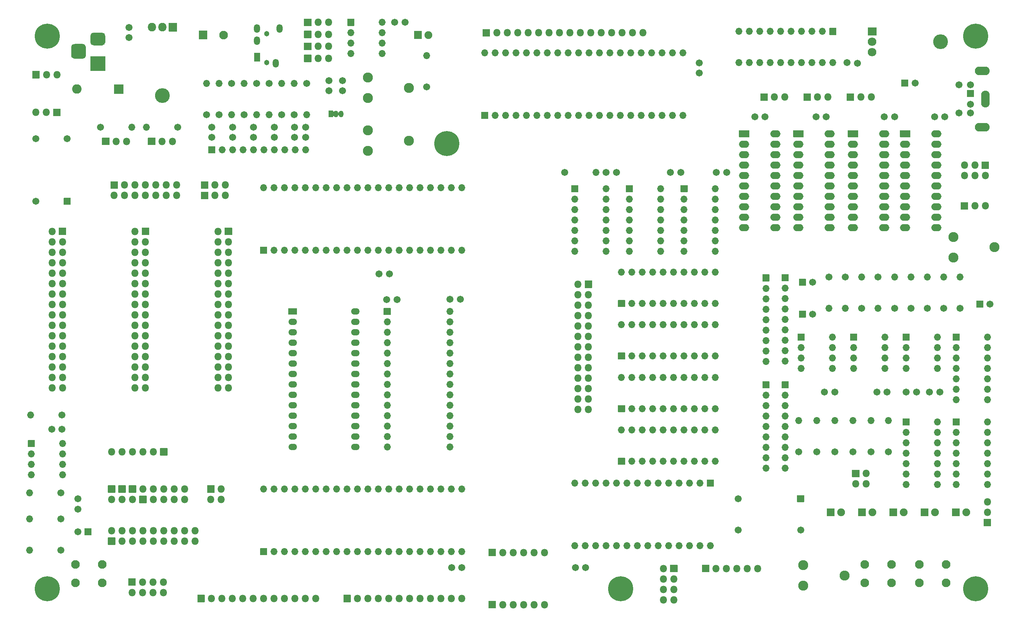
<source format=gts>
G04 #@! TF.GenerationSoftware,KiCad,Pcbnew,(5.1.9)-1*
G04 #@! TF.CreationDate,2023-05-10T17:14:40+01:00*
G04 #@! TF.ProjectId,AT_65C02_Computer_Rev004,41545f36-3543-4303-925f-436f6d707574,Rev004*
G04 #@! TF.SameCoordinates,Original*
G04 #@! TF.FileFunction,Soldermask,Top*
G04 #@! TF.FilePolarity,Negative*
%FSLAX46Y46*%
G04 Gerber Fmt 4.6, Leading zero omitted, Abs format (unit mm)*
G04 Created by KiCad (PCBNEW (5.1.9)-1) date 2023-05-10 17:14:40*
%MOMM*%
%LPD*%
G01*
G04 APERTURE LIST*
%ADD10O,1.702000X1.702000*%
%ADD11O,2.102000X1.542000*%
%ADD12O,1.802000X1.802000*%
%ADD13C,6.102000*%
%ADD14C,1.702000*%
%ADD15C,2.102000*%
%ADD16C,2.442000*%
%ADD17O,3.602000X3.602000*%
%ADD18O,2.102000X2.007000*%
%ADD19C,1.902000*%
%ADD20O,2.102000X4.102000*%
%ADD21O,3.602000X2.102000*%
%ADD22O,2.007000X2.102000*%
%ADD23O,2.302000X2.302000*%
%ADD24O,1.502000X2.102000*%
%ADD25C,1.302000*%
%ADD26O,1.152000X1.602000*%
%ADD27O,2.502000X1.702000*%
%ADD28C,0.100000*%
G04 APERTURE END LIST*
G36*
G01*
X226794000Y-107530000D02*
X226794000Y-105930000D01*
G75*
G02*
X226845000Y-105879000I51000J0D01*
G01*
X228445000Y-105879000D01*
G75*
G02*
X228496000Y-105930000I0J-51000D01*
G01*
X228496000Y-107530000D01*
G75*
G02*
X228445000Y-107581000I-51000J0D01*
G01*
X226845000Y-107581000D01*
G75*
G02*
X226794000Y-107530000I0J51000D01*
G01*
G37*
D10*
X235265000Y-121970000D03*
X227645000Y-109270000D03*
X235265000Y-119430000D03*
X227645000Y-111810000D03*
X235265000Y-116890000D03*
X227645000Y-114350000D03*
X235265000Y-114350000D03*
X227645000Y-116890000D03*
X235265000Y-111810000D03*
X227645000Y-119430000D03*
X235265000Y-109270000D03*
X227645000Y-121970000D03*
X235265000Y-106730000D03*
D11*
X174205000Y-169660000D03*
X158965000Y-169660000D03*
X174205000Y-167120000D03*
X158965000Y-167120000D03*
X174205000Y-164580000D03*
X158965000Y-164580000D03*
X174205000Y-162040000D03*
X158965000Y-162040000D03*
X174205000Y-159500000D03*
X158965000Y-159500000D03*
X174205000Y-156960000D03*
X158965000Y-156960000D03*
X174205000Y-154420000D03*
X158965000Y-154420000D03*
X174205000Y-151880000D03*
X158965000Y-151880000D03*
X174205000Y-149340000D03*
X158965000Y-149340000D03*
X174205000Y-146800000D03*
X158965000Y-146800000D03*
X174205000Y-144260000D03*
X158965000Y-144260000D03*
X174205000Y-141720000D03*
X158965000Y-141720000D03*
X174205000Y-139180000D03*
X158965000Y-139180000D03*
X174205000Y-136640000D03*
G36*
G01*
X157914000Y-137360000D02*
X157914000Y-135920000D01*
G75*
G02*
X157965000Y-135869000I51000J0D01*
G01*
X159965000Y-135869000D01*
G75*
G02*
X160016000Y-135920000I0J-51000D01*
G01*
X160016000Y-137360000D01*
G75*
G02*
X159965000Y-137411000I-51000J0D01*
G01*
X157965000Y-137411000D01*
G75*
G02*
X157914000Y-137360000I0J51000D01*
G01*
G37*
G36*
G01*
X115740000Y-193481000D02*
X114040000Y-193481000D01*
G75*
G02*
X113989000Y-193430000I0J51000D01*
G01*
X113989000Y-191730000D01*
G75*
G02*
X114040000Y-191679000I51000J0D01*
G01*
X115740000Y-191679000D01*
G75*
G02*
X115791000Y-191730000I0J-51000D01*
G01*
X115791000Y-193430000D01*
G75*
G02*
X115740000Y-193481000I-51000J0D01*
G01*
G37*
D12*
X114890000Y-190040000D03*
X117430000Y-192580000D03*
X117430000Y-190040000D03*
X119970000Y-192580000D03*
X119970000Y-190040000D03*
X122510000Y-192580000D03*
X122510000Y-190040000D03*
X125050000Y-192580000D03*
X125050000Y-190040000D03*
X127590000Y-192580000D03*
X127590000Y-190040000D03*
X130130000Y-192580000D03*
X130130000Y-190040000D03*
X132670000Y-192580000D03*
X132670000Y-190040000D03*
X135210000Y-192580000D03*
X135210000Y-190040000D03*
D13*
X196490000Y-95700000D03*
X238865000Y-204210000D03*
D14*
X119145000Y-69915000D03*
X119145000Y-67415000D03*
D15*
X112565000Y-198275000D03*
X112565000Y-202775000D03*
X106065000Y-198275000D03*
X106065000Y-202775000D03*
X318044000Y-198275000D03*
X318044000Y-202775000D03*
X311544000Y-198275000D03*
X311544000Y-202775000D03*
X304804000Y-198275000D03*
X304804000Y-202775000D03*
X298304000Y-198275000D03*
X298304000Y-202775000D03*
D12*
X299855000Y-84410000D03*
X297315000Y-84410000D03*
G36*
G01*
X295625000Y-85311000D02*
X293925000Y-85311000D01*
G75*
G02*
X293874000Y-85260000I0J51000D01*
G01*
X293874000Y-83560000D01*
G75*
G02*
X293925000Y-83509000I51000J0D01*
G01*
X295625000Y-83509000D01*
G75*
G02*
X295676000Y-83560000I0J-51000D01*
G01*
X295676000Y-85260000D01*
G75*
G02*
X295625000Y-85311000I-51000J0D01*
G01*
G37*
X289335000Y-84410000D03*
X286795000Y-84410000D03*
G36*
G01*
X285105000Y-85311000D02*
X283405000Y-85311000D01*
G75*
G02*
X283354000Y-85260000I0J51000D01*
G01*
X283354000Y-83560000D01*
G75*
G02*
X283405000Y-83509000I51000J0D01*
G01*
X285105000Y-83509000D01*
G75*
G02*
X285156000Y-83560000I0J-51000D01*
G01*
X285156000Y-85260000D01*
G75*
G02*
X285105000Y-85311000I-51000J0D01*
G01*
G37*
X278815000Y-84410000D03*
X276275000Y-84410000D03*
G36*
G01*
X274585000Y-85311000D02*
X272885000Y-85311000D01*
G75*
G02*
X272834000Y-85260000I0J51000D01*
G01*
X272834000Y-83560000D01*
G75*
G02*
X272885000Y-83509000I51000J0D01*
G01*
X274585000Y-83509000D01*
G75*
G02*
X274636000Y-83560000I0J-51000D01*
G01*
X274636000Y-85260000D01*
G75*
G02*
X274585000Y-85311000I-51000J0D01*
G01*
G37*
D10*
X239045000Y-139876666D03*
X261905000Y-147496666D03*
X241585000Y-139876666D03*
X259365000Y-147496666D03*
X244125000Y-139876666D03*
X256825000Y-147496666D03*
X246665000Y-139876666D03*
X254285000Y-147496666D03*
X249205000Y-139876666D03*
X251745000Y-147496666D03*
X251745000Y-139876666D03*
X249205000Y-147496666D03*
X254285000Y-139876666D03*
X246665000Y-147496666D03*
X256825000Y-139876666D03*
X244125000Y-147496666D03*
X259365000Y-139876666D03*
X241585000Y-147496666D03*
X261905000Y-139876666D03*
G36*
G01*
X239845000Y-148347666D02*
X238245000Y-148347666D01*
G75*
G02*
X238194000Y-148296666I0J51000D01*
G01*
X238194000Y-146696666D01*
G75*
G02*
X238245000Y-146645666I51000J0D01*
G01*
X239845000Y-146645666D01*
G75*
G02*
X239896000Y-146696666I0J-51000D01*
G01*
X239896000Y-148296666D01*
G75*
G02*
X239845000Y-148347666I-51000J0D01*
G01*
G37*
X239045000Y-127060000D03*
X261905000Y-134680000D03*
X241585000Y-127060000D03*
X259365000Y-134680000D03*
X244125000Y-127060000D03*
X256825000Y-134680000D03*
X246665000Y-127060000D03*
X254285000Y-134680000D03*
X249205000Y-127060000D03*
X251745000Y-134680000D03*
X251745000Y-127060000D03*
X249205000Y-134680000D03*
X254285000Y-127060000D03*
X246665000Y-134680000D03*
X256825000Y-127060000D03*
X244125000Y-134680000D03*
X259365000Y-127060000D03*
X241585000Y-134680000D03*
X261905000Y-127060000D03*
G36*
G01*
X239845000Y-135531000D02*
X238245000Y-135531000D01*
G75*
G02*
X238194000Y-135480000I0J51000D01*
G01*
X238194000Y-133880000D01*
G75*
G02*
X238245000Y-133829000I51000J0D01*
G01*
X239845000Y-133829000D01*
G75*
G02*
X239896000Y-133880000I0J-51000D01*
G01*
X239896000Y-135480000D01*
G75*
G02*
X239845000Y-135531000I-51000J0D01*
G01*
G37*
X239045000Y-152693332D03*
X261905000Y-160313332D03*
X241585000Y-152693332D03*
X259365000Y-160313332D03*
X244125000Y-152693332D03*
X256825000Y-160313332D03*
X246665000Y-152693332D03*
X254285000Y-160313332D03*
X249205000Y-152693332D03*
X251745000Y-160313332D03*
X251745000Y-152693332D03*
X249205000Y-160313332D03*
X254285000Y-152693332D03*
X246665000Y-160313332D03*
X256825000Y-152693332D03*
X244125000Y-160313332D03*
X259365000Y-152693332D03*
X241585000Y-160313332D03*
X261905000Y-152693332D03*
G36*
G01*
X239845000Y-161164332D02*
X238245000Y-161164332D01*
G75*
G02*
X238194000Y-161113332I0J51000D01*
G01*
X238194000Y-159513332D01*
G75*
G02*
X238245000Y-159462332I51000J0D01*
G01*
X239845000Y-159462332D01*
G75*
G02*
X239896000Y-159513332I0J-51000D01*
G01*
X239896000Y-161113332D01*
G75*
G02*
X239845000Y-161164332I-51000J0D01*
G01*
G37*
X239045000Y-165510000D03*
X261905000Y-173130000D03*
X241585000Y-165510000D03*
X259365000Y-173130000D03*
X244125000Y-165510000D03*
X256825000Y-173130000D03*
X246665000Y-165510000D03*
X254285000Y-173130000D03*
X249205000Y-165510000D03*
X251745000Y-173130000D03*
X251745000Y-165510000D03*
X249205000Y-173130000D03*
X254285000Y-165510000D03*
X246665000Y-173130000D03*
X256825000Y-165510000D03*
X244125000Y-173130000D03*
X259365000Y-165510000D03*
X241585000Y-173130000D03*
X261905000Y-165510000D03*
G36*
G01*
X239845000Y-173981000D02*
X238245000Y-173981000D01*
G75*
G02*
X238194000Y-173930000I0J51000D01*
G01*
X238194000Y-172330000D01*
G75*
G02*
X238245000Y-172279000I51000J0D01*
G01*
X239845000Y-172279000D01*
G75*
G02*
X239896000Y-172330000I0J-51000D01*
G01*
X239896000Y-173930000D01*
G75*
G02*
X239845000Y-173981000I-51000J0D01*
G01*
G37*
D16*
X319885000Y-118480000D03*
X329885000Y-120980000D03*
X319885000Y-123480000D03*
D12*
X220255000Y-208060000D03*
X217715000Y-208060000D03*
X215175000Y-208060000D03*
X212635000Y-208060000D03*
X210095000Y-208060000D03*
G36*
G01*
X208405000Y-208961000D02*
X206705000Y-208961000D01*
G75*
G02*
X206654000Y-208910000I0J51000D01*
G01*
X206654000Y-207210000D01*
G75*
G02*
X206705000Y-207159000I51000J0D01*
G01*
X208405000Y-207159000D01*
G75*
G02*
X208456000Y-207210000I0J-51000D01*
G01*
X208456000Y-208910000D01*
G75*
G02*
X208405000Y-208961000I-51000J0D01*
G01*
G37*
G36*
G01*
X208405000Y-196261000D02*
X206705000Y-196261000D01*
G75*
G02*
X206654000Y-196210000I0J51000D01*
G01*
X206654000Y-194510000D01*
G75*
G02*
X206705000Y-194459000I51000J0D01*
G01*
X208405000Y-194459000D01*
G75*
G02*
X208456000Y-194510000I0J-51000D01*
G01*
X208456000Y-196210000D01*
G75*
G02*
X208405000Y-196261000I-51000J0D01*
G01*
G37*
X210095000Y-195360000D03*
X212635000Y-195360000D03*
X215175000Y-195360000D03*
X217715000Y-195360000D03*
X220255000Y-195360000D03*
X249245000Y-206870000D03*
X251785000Y-206870000D03*
X249245000Y-204330000D03*
X251785000Y-204330000D03*
X249245000Y-201790000D03*
X251785000Y-201790000D03*
X249245000Y-199250000D03*
G36*
G01*
X250884000Y-200100000D02*
X250884000Y-198400000D01*
G75*
G02*
X250935000Y-198349000I51000J0D01*
G01*
X252635000Y-198349000D01*
G75*
G02*
X252686000Y-198400000I0J-51000D01*
G01*
X252686000Y-200100000D01*
G75*
G02*
X252635000Y-200151000I-51000J0D01*
G01*
X250935000Y-200151000D01*
G75*
G02*
X250884000Y-200100000I0J51000D01*
G01*
G37*
D17*
X316725000Y-70960000D03*
G36*
G01*
X299065000Y-67416500D02*
X301065000Y-67416500D01*
G75*
G02*
X301116000Y-67467500I0J-51000D01*
G01*
X301116000Y-69372500D01*
G75*
G02*
X301065000Y-69423500I-51000J0D01*
G01*
X299065000Y-69423500D01*
G75*
G02*
X299014000Y-69372500I0J51000D01*
G01*
X299014000Y-67467500D01*
G75*
G02*
X299065000Y-67416500I51000J0D01*
G01*
G37*
D18*
X300065000Y-70960000D03*
X300065000Y-73500000D03*
G36*
G01*
X152705000Y-196011000D02*
X151105000Y-196011000D01*
G75*
G02*
X151054000Y-195960000I0J51000D01*
G01*
X151054000Y-194360000D01*
G75*
G02*
X151105000Y-194309000I51000J0D01*
G01*
X152705000Y-194309000D01*
G75*
G02*
X152756000Y-194360000I0J-51000D01*
G01*
X152756000Y-195960000D01*
G75*
G02*
X152705000Y-196011000I-51000J0D01*
G01*
G37*
D10*
X200165000Y-179920000D03*
X154445000Y-195160000D03*
X197625000Y-179920000D03*
X156985000Y-195160000D03*
X195085000Y-179920000D03*
X159525000Y-195160000D03*
X192545000Y-179920000D03*
X162065000Y-195160000D03*
X190005000Y-179920000D03*
X164605000Y-195160000D03*
X187465000Y-179920000D03*
X167145000Y-195160000D03*
X184925000Y-179920000D03*
X169685000Y-195160000D03*
X182385000Y-179920000D03*
X172225000Y-195160000D03*
X179845000Y-179920000D03*
X174765000Y-195160000D03*
X177305000Y-179920000D03*
X177305000Y-195160000D03*
X174765000Y-179920000D03*
X179845000Y-195160000D03*
X172225000Y-179920000D03*
X182385000Y-195160000D03*
X169685000Y-179920000D03*
X184925000Y-195160000D03*
X167145000Y-179920000D03*
X187465000Y-195160000D03*
X164605000Y-179920000D03*
X190005000Y-195160000D03*
X162065000Y-179920000D03*
X192545000Y-195160000D03*
X159525000Y-179920000D03*
X195085000Y-195160000D03*
X156985000Y-179920000D03*
X197625000Y-195160000D03*
X154445000Y-179920000D03*
X200165000Y-195160000D03*
X151905000Y-179920000D03*
G36*
G01*
X259865000Y-177609000D02*
X261465000Y-177609000D01*
G75*
G02*
X261516000Y-177660000I0J-51000D01*
G01*
X261516000Y-179260000D01*
G75*
G02*
X261465000Y-179311000I-51000J0D01*
G01*
X259865000Y-179311000D01*
G75*
G02*
X259814000Y-179260000I0J51000D01*
G01*
X259814000Y-177660000D01*
G75*
G02*
X259865000Y-177609000I51000J0D01*
G01*
G37*
X227645000Y-193700000D03*
X258125000Y-178460000D03*
X230185000Y-193700000D03*
X255585000Y-178460000D03*
X232725000Y-193700000D03*
X253045000Y-178460000D03*
X235265000Y-193700000D03*
X250505000Y-178460000D03*
X237805000Y-193700000D03*
X247965000Y-178460000D03*
X240345000Y-193700000D03*
X245425000Y-178460000D03*
X242885000Y-193700000D03*
X242885000Y-178460000D03*
X245425000Y-193700000D03*
X240345000Y-178460000D03*
X247965000Y-193700000D03*
X237805000Y-178460000D03*
X250505000Y-193700000D03*
X235265000Y-178460000D03*
X253045000Y-193700000D03*
X232725000Y-178460000D03*
X255585000Y-193700000D03*
X230185000Y-178460000D03*
X258125000Y-193700000D03*
X227645000Y-178460000D03*
X260665000Y-193700000D03*
X151905000Y-106460000D03*
X200165000Y-121700000D03*
X154445000Y-106460000D03*
X197625000Y-121700000D03*
X156985000Y-106460000D03*
X195085000Y-121700000D03*
X159525000Y-106460000D03*
X192545000Y-121700000D03*
X162065000Y-106460000D03*
X190005000Y-121700000D03*
X164605000Y-106460000D03*
X187465000Y-121700000D03*
X167145000Y-106460000D03*
X184925000Y-121700000D03*
X169685000Y-106460000D03*
X182385000Y-121700000D03*
X172225000Y-106460000D03*
X179845000Y-121700000D03*
X174765000Y-106460000D03*
X177305000Y-121700000D03*
X177305000Y-106460000D03*
X174765000Y-121700000D03*
X179845000Y-106460000D03*
X172225000Y-121700000D03*
X182385000Y-106460000D03*
X169685000Y-121700000D03*
X184925000Y-106460000D03*
X167145000Y-121700000D03*
X187465000Y-106460000D03*
X164605000Y-121700000D03*
X190005000Y-106460000D03*
X162065000Y-121700000D03*
X192545000Y-106460000D03*
X159525000Y-121700000D03*
X195085000Y-106460000D03*
X156985000Y-121700000D03*
X197625000Y-106460000D03*
X154445000Y-121700000D03*
X200165000Y-106460000D03*
G36*
G01*
X152705000Y-122551000D02*
X151105000Y-122551000D01*
G75*
G02*
X151054000Y-122500000I0J51000D01*
G01*
X151054000Y-120900000D01*
G75*
G02*
X151105000Y-120849000I51000J0D01*
G01*
X152705000Y-120849000D01*
G75*
G02*
X152756000Y-120900000I0J-51000D01*
G01*
X152756000Y-122500000D01*
G75*
G02*
X152705000Y-122551000I-51000J0D01*
G01*
G37*
G36*
G01*
X206525000Y-89711000D02*
X204925000Y-89711000D01*
G75*
G02*
X204874000Y-89660000I0J51000D01*
G01*
X204874000Y-88060000D01*
G75*
G02*
X204925000Y-88009000I51000J0D01*
G01*
X206525000Y-88009000D01*
G75*
G02*
X206576000Y-88060000I0J-51000D01*
G01*
X206576000Y-89660000D01*
G75*
G02*
X206525000Y-89711000I-51000J0D01*
G01*
G37*
X253985000Y-73620000D03*
X208265000Y-88860000D03*
X251445000Y-73620000D03*
X210805000Y-88860000D03*
X248905000Y-73620000D03*
X213345000Y-88860000D03*
X246365000Y-73620000D03*
X215885000Y-88860000D03*
X243825000Y-73620000D03*
X218425000Y-88860000D03*
X241285000Y-73620000D03*
X220965000Y-88860000D03*
X238745000Y-73620000D03*
X223505000Y-88860000D03*
X236205000Y-73620000D03*
X226045000Y-88860000D03*
X233665000Y-73620000D03*
X228585000Y-88860000D03*
X231125000Y-73620000D03*
X231125000Y-88860000D03*
X228585000Y-73620000D03*
X233665000Y-88860000D03*
X226045000Y-73620000D03*
X236205000Y-88860000D03*
X223505000Y-73620000D03*
X238745000Y-88860000D03*
X220965000Y-73620000D03*
X241285000Y-88860000D03*
X218425000Y-73620000D03*
X243825000Y-88860000D03*
X215885000Y-73620000D03*
X246365000Y-88860000D03*
X213345000Y-73620000D03*
X248905000Y-88860000D03*
X210805000Y-73620000D03*
X251445000Y-88860000D03*
X208265000Y-73620000D03*
X253985000Y-88860000D03*
X205725000Y-73620000D03*
D19*
X192015000Y-69280000D03*
G36*
G01*
X188524000Y-70180000D02*
X188524000Y-68380000D01*
G75*
G02*
X188575000Y-68329000I51000J0D01*
G01*
X190375000Y-68329000D01*
G75*
G02*
X190426000Y-68380000I0J-51000D01*
G01*
X190426000Y-70180000D01*
G75*
G02*
X190375000Y-70231000I-51000J0D01*
G01*
X188575000Y-70231000D01*
G75*
G02*
X188524000Y-70180000I0J51000D01*
G01*
G37*
D14*
X230305000Y-198990000D03*
X227805000Y-198990000D03*
D12*
X272235000Y-199250000D03*
X269695000Y-199250000D03*
X267155000Y-199250000D03*
X264615000Y-199250000D03*
X262075000Y-199250000D03*
G36*
G01*
X260385000Y-200151000D02*
X258685000Y-200151000D01*
G75*
G02*
X258634000Y-200100000I0J51000D01*
G01*
X258634000Y-198400000D01*
G75*
G02*
X258685000Y-198349000I51000J0D01*
G01*
X260385000Y-198349000D01*
G75*
G02*
X260436000Y-198400000I0J-51000D01*
G01*
X260436000Y-200100000D01*
G75*
G02*
X260385000Y-200151000I-51000J0D01*
G01*
G37*
D16*
X177245000Y-79640000D03*
X187245000Y-82140000D03*
X177245000Y-84640000D03*
G36*
G01*
X289715000Y-67569000D02*
X291315000Y-67569000D01*
G75*
G02*
X291366000Y-67620000I0J-51000D01*
G01*
X291366000Y-69220000D01*
G75*
G02*
X291315000Y-69271000I-51000J0D01*
G01*
X289715000Y-69271000D01*
G75*
G02*
X289664000Y-69220000I0J51000D01*
G01*
X289664000Y-67620000D01*
G75*
G02*
X289715000Y-67569000I51000J0D01*
G01*
G37*
D10*
X267655000Y-76040000D03*
X287975000Y-68420000D03*
X270195000Y-76040000D03*
X285435000Y-68420000D03*
X272735000Y-76040000D03*
X282895000Y-68420000D03*
X275275000Y-76040000D03*
X280355000Y-68420000D03*
X277815000Y-76040000D03*
X277815000Y-68420000D03*
X280355000Y-76040000D03*
X275275000Y-68420000D03*
X282895000Y-76040000D03*
X272735000Y-68420000D03*
X285435000Y-76040000D03*
X270195000Y-68420000D03*
X287975000Y-76040000D03*
X267655000Y-68420000D03*
X290515000Y-76040000D03*
D14*
X253485000Y-102760000D03*
X250985000Y-102760000D03*
D13*
X99225000Y-204210000D03*
X99225000Y-69590000D03*
X325285000Y-69590000D03*
X325285000Y-204210000D03*
D12*
X244225000Y-68760000D03*
X241685000Y-68760000D03*
X239145000Y-68760000D03*
X236605000Y-68760000D03*
X234065000Y-68760000D03*
X231525000Y-68760000D03*
X228985000Y-68760000D03*
X226445000Y-68760000D03*
X223905000Y-68760000D03*
X221365000Y-68760000D03*
X218825000Y-68760000D03*
X216285000Y-68760000D03*
X213745000Y-68760000D03*
X211205000Y-68760000D03*
X208665000Y-68760000D03*
G36*
G01*
X206975000Y-69661000D02*
X205275000Y-69661000D01*
G75*
G02*
X205224000Y-69610000I0J51000D01*
G01*
X205224000Y-67910000D01*
G75*
G02*
X205275000Y-67859000I51000J0D01*
G01*
X206975000Y-67859000D01*
G75*
G02*
X207026000Y-67910000I0J-51000D01*
G01*
X207026000Y-69610000D01*
G75*
G02*
X206975000Y-69661000I-51000J0D01*
G01*
G37*
D14*
X182497000Y-127502000D03*
X179997000Y-127502000D03*
X106655000Y-182270000D03*
X106655000Y-184770000D03*
X181895000Y-133710000D03*
X184395000Y-133710000D03*
X102815000Y-165290000D03*
X100315000Y-165290000D03*
X197275000Y-133670000D03*
X199775000Y-133670000D03*
X293955000Y-76040000D03*
X296455000Y-76170000D03*
G36*
G01*
X110006000Y-189510000D02*
X110006000Y-191110000D01*
G75*
G02*
X109955000Y-191161000I-51000J0D01*
G01*
X108355000Y-191161000D01*
G75*
G02*
X108304000Y-191110000I0J51000D01*
G01*
X108304000Y-189510000D01*
G75*
G02*
X108355000Y-189459000I51000J0D01*
G01*
X109955000Y-189459000D01*
G75*
G02*
X110006000Y-189510000I0J-51000D01*
G01*
G37*
X106655000Y-190310000D03*
X237785000Y-102760000D03*
X235285000Y-102760000D03*
X200165000Y-198990000D03*
X197665000Y-198990000D03*
X257935000Y-78560000D03*
X257935000Y-76060000D03*
X264655000Y-102760000D03*
X262155000Y-102760000D03*
G36*
G01*
X102004000Y-117960000D02*
X102004000Y-116260000D01*
G75*
G02*
X102055000Y-116209000I51000J0D01*
G01*
X103755000Y-116209000D01*
G75*
G02*
X103806000Y-116260000I0J-51000D01*
G01*
X103806000Y-117960000D01*
G75*
G02*
X103755000Y-118011000I-51000J0D01*
G01*
X102055000Y-118011000D01*
G75*
G02*
X102004000Y-117960000I0J51000D01*
G01*
G37*
D12*
X100365000Y-117110000D03*
X102905000Y-119650000D03*
X100365000Y-119650000D03*
X102905000Y-122190000D03*
X100365000Y-122190000D03*
X102905000Y-124730000D03*
X100365000Y-124730000D03*
X102905000Y-127270000D03*
X100365000Y-127270000D03*
X102905000Y-129810000D03*
X100365000Y-129810000D03*
X102905000Y-132350000D03*
X100365000Y-132350000D03*
X102905000Y-134890000D03*
X100365000Y-134890000D03*
X102905000Y-137430000D03*
X100365000Y-137430000D03*
X102905000Y-139970000D03*
X100365000Y-139970000D03*
X102905000Y-142510000D03*
X100365000Y-142510000D03*
X102905000Y-145050000D03*
X100365000Y-145050000D03*
X102905000Y-147590000D03*
X100365000Y-147590000D03*
X102905000Y-150130000D03*
X100365000Y-150130000D03*
X102905000Y-152670000D03*
X100365000Y-152670000D03*
X102905000Y-155210000D03*
X100365000Y-155210000D03*
D20*
X327665000Y-84860000D03*
D14*
X321215000Y-88260000D03*
X321215000Y-81460000D03*
X324015000Y-88260000D03*
X324015000Y-81460000D03*
X324015000Y-86160000D03*
G36*
G01*
X324815000Y-84411000D02*
X323215000Y-84411000D01*
G75*
G02*
X323164000Y-84360000I0J51000D01*
G01*
X323164000Y-82760000D01*
G75*
G02*
X323215000Y-82709000I51000J0D01*
G01*
X324815000Y-82709000D01*
G75*
G02*
X324866000Y-82760000I0J-51000D01*
G01*
X324866000Y-84360000D01*
G75*
G02*
X324815000Y-84411000I-51000J0D01*
G01*
G37*
D21*
X326865000Y-78010000D03*
X326865000Y-91710000D03*
D10*
X119784000Y-91740000D03*
D14*
X112164000Y-91740000D03*
X130960000Y-91740000D03*
D10*
X123340000Y-91740000D03*
D14*
X102535000Y-180830000D03*
D10*
X94915000Y-180830000D03*
D14*
X102795000Y-161860000D03*
D10*
X95175000Y-161860000D03*
X94925000Y-187180000D03*
D14*
X102545000Y-187180000D03*
D10*
X94925000Y-194760000D03*
D14*
X102545000Y-194760000D03*
G36*
G01*
X181134000Y-137440000D02*
X181134000Y-135840000D01*
G75*
G02*
X181185000Y-135789000I51000J0D01*
G01*
X182785000Y-135789000D01*
G75*
G02*
X182836000Y-135840000I0J-51000D01*
G01*
X182836000Y-137440000D01*
G75*
G02*
X182785000Y-137491000I-51000J0D01*
G01*
X181185000Y-137491000D01*
G75*
G02*
X181134000Y-137440000I0J51000D01*
G01*
G37*
D10*
X197225000Y-169660000D03*
X181985000Y-139180000D03*
X197225000Y-167120000D03*
X181985000Y-141720000D03*
X197225000Y-164580000D03*
X181985000Y-144260000D03*
X197225000Y-162040000D03*
X181985000Y-146800000D03*
X197225000Y-159500000D03*
X181985000Y-149340000D03*
X197225000Y-156960000D03*
X181985000Y-151880000D03*
X197225000Y-154420000D03*
X181985000Y-154420000D03*
X197225000Y-151880000D03*
X181985000Y-156960000D03*
X197225000Y-149340000D03*
X181985000Y-159500000D03*
X197225000Y-146800000D03*
X181985000Y-162040000D03*
X197225000Y-144260000D03*
X181985000Y-164580000D03*
X197225000Y-141720000D03*
X181985000Y-167120000D03*
X197225000Y-139180000D03*
X181985000Y-169660000D03*
X197225000Y-136640000D03*
X248585000Y-106730000D03*
X240965000Y-121970000D03*
X248585000Y-109270000D03*
X240965000Y-119430000D03*
X248585000Y-111810000D03*
X240965000Y-116890000D03*
X248585000Y-114350000D03*
X240965000Y-114350000D03*
X248585000Y-116890000D03*
X240965000Y-111810000D03*
X248585000Y-119430000D03*
X240965000Y-109270000D03*
X248585000Y-121970000D03*
G36*
G01*
X240114000Y-107530000D02*
X240114000Y-105930000D01*
G75*
G02*
X240165000Y-105879000I51000J0D01*
G01*
X241765000Y-105879000D01*
G75*
G02*
X241816000Y-105930000I0J-51000D01*
G01*
X241816000Y-107530000D01*
G75*
G02*
X241765000Y-107581000I-51000J0D01*
G01*
X240165000Y-107581000D01*
G75*
G02*
X240114000Y-107530000I0J51000D01*
G01*
G37*
X261905000Y-106730000D03*
X254285000Y-121970000D03*
X261905000Y-109270000D03*
X254285000Y-119430000D03*
X261905000Y-111810000D03*
X254285000Y-116890000D03*
X261905000Y-114350000D03*
X254285000Y-114350000D03*
X261905000Y-116890000D03*
X254285000Y-111810000D03*
X261905000Y-119430000D03*
X254285000Y-109270000D03*
X261905000Y-121970000D03*
G36*
G01*
X253434000Y-107530000D02*
X253434000Y-105930000D01*
G75*
G02*
X253485000Y-105879000I51000J0D01*
G01*
X255085000Y-105879000D01*
G75*
G02*
X255136000Y-105930000I0J-51000D01*
G01*
X255136000Y-107530000D01*
G75*
G02*
X255085000Y-107581000I-51000J0D01*
G01*
X253485000Y-107581000D01*
G75*
G02*
X253434000Y-107530000I0J51000D01*
G01*
G37*
G36*
G01*
X94494000Y-169620000D02*
X94494000Y-168020000D01*
G75*
G02*
X94545000Y-167969000I51000J0D01*
G01*
X96145000Y-167969000D01*
G75*
G02*
X96196000Y-168020000I0J-51000D01*
G01*
X96196000Y-169620000D01*
G75*
G02*
X96145000Y-169671000I-51000J0D01*
G01*
X94545000Y-169671000D01*
G75*
G02*
X94494000Y-169620000I0J51000D01*
G01*
G37*
X102965000Y-176440000D03*
X95345000Y-171360000D03*
X102965000Y-173900000D03*
X95345000Y-173900000D03*
X102965000Y-171360000D03*
X95345000Y-176440000D03*
X102965000Y-168820000D03*
G36*
G01*
X104875000Y-110661000D02*
X103275000Y-110661000D01*
G75*
G02*
X103224000Y-110610000I0J51000D01*
G01*
X103224000Y-109010000D01*
G75*
G02*
X103275000Y-108959000I51000J0D01*
G01*
X104875000Y-108959000D01*
G75*
G02*
X104926000Y-109010000I0J-51000D01*
G01*
X104926000Y-110610000D01*
G75*
G02*
X104875000Y-110661000I-51000J0D01*
G01*
G37*
D14*
X96455000Y-109810000D03*
X96455000Y-94570000D03*
X104075000Y-94570000D03*
G36*
G01*
X283506000Y-181440000D02*
X283506000Y-183040000D01*
G75*
G02*
X283455000Y-183091000I-51000J0D01*
G01*
X281855000Y-183091000D01*
G75*
G02*
X281804000Y-183040000I0J51000D01*
G01*
X281804000Y-181440000D01*
G75*
G02*
X281855000Y-181389000I51000J0D01*
G01*
X283455000Y-181389000D01*
G75*
G02*
X283506000Y-181440000I0J-51000D01*
G01*
G37*
X282655000Y-189860000D03*
X267415000Y-189860000D03*
X267415000Y-182240000D03*
G36*
G01*
X100685000Y-87239000D02*
X102385000Y-87239000D01*
G75*
G02*
X102436000Y-87290000I0J-51000D01*
G01*
X102436000Y-88990000D01*
G75*
G02*
X102385000Y-89041000I-51000J0D01*
G01*
X100685000Y-89041000D01*
G75*
G02*
X100634000Y-88990000I0J51000D01*
G01*
X100634000Y-87290000D01*
G75*
G02*
X100685000Y-87239000I51000J0D01*
G01*
G37*
D12*
X98995000Y-88140000D03*
X96455000Y-88140000D03*
X322555000Y-103550000D03*
X322555000Y-101010000D03*
X325095000Y-103550000D03*
X325095000Y-101010000D03*
X327635000Y-103550000D03*
G36*
G01*
X326785000Y-100109000D02*
X328485000Y-100109000D01*
G75*
G02*
X328536000Y-100160000I0J-51000D01*
G01*
X328536000Y-101860000D01*
G75*
G02*
X328485000Y-101911000I-51000J0D01*
G01*
X326785000Y-101911000D01*
G75*
G02*
X326734000Y-101860000I0J51000D01*
G01*
X326734000Y-100160000D01*
G75*
G02*
X326785000Y-100109000I51000J0D01*
G01*
G37*
D10*
X315989000Y-142895000D03*
X308369000Y-150515000D03*
X315989000Y-145435000D03*
X308369000Y-147975000D03*
X315989000Y-147975000D03*
X308369000Y-145435000D03*
X315989000Y-150515000D03*
G36*
G01*
X307518000Y-143695000D02*
X307518000Y-142095000D01*
G75*
G02*
X307569000Y-142044000I51000J0D01*
G01*
X309169000Y-142044000D01*
G75*
G02*
X309220000Y-142095000I0J-51000D01*
G01*
X309220000Y-143695000D01*
G75*
G02*
X309169000Y-143746000I-51000J0D01*
G01*
X307569000Y-143746000D01*
G75*
G02*
X307518000Y-143695000I0J51000D01*
G01*
G37*
D19*
X323014000Y-185565000D03*
G36*
G01*
X319523000Y-186465000D02*
X319523000Y-184665000D01*
G75*
G02*
X319574000Y-184614000I51000J0D01*
G01*
X321374000Y-184614000D01*
G75*
G02*
X321425000Y-184665000I0J-51000D01*
G01*
X321425000Y-186465000D01*
G75*
G02*
X321374000Y-186516000I-51000J0D01*
G01*
X319574000Y-186516000D01*
G75*
G02*
X319523000Y-186465000I0J51000D01*
G01*
G37*
X315394000Y-185565000D03*
G36*
G01*
X311903000Y-186465000D02*
X311903000Y-184665000D01*
G75*
G02*
X311954000Y-184614000I51000J0D01*
G01*
X313754000Y-184614000D01*
G75*
G02*
X313805000Y-184665000I0J-51000D01*
G01*
X313805000Y-186465000D01*
G75*
G02*
X313754000Y-186516000I-51000J0D01*
G01*
X311954000Y-186516000D01*
G75*
G02*
X311903000Y-186465000I0J51000D01*
G01*
G37*
X300154000Y-185565000D03*
G36*
G01*
X296663000Y-186465000D02*
X296663000Y-184665000D01*
G75*
G02*
X296714000Y-184614000I51000J0D01*
G01*
X298514000Y-184614000D01*
G75*
G02*
X298565000Y-184665000I0J-51000D01*
G01*
X298565000Y-186465000D01*
G75*
G02*
X298514000Y-186516000I-51000J0D01*
G01*
X296714000Y-186516000D01*
G75*
G02*
X296663000Y-186465000I0J51000D01*
G01*
G37*
X307774000Y-185565000D03*
G36*
G01*
X304283000Y-186465000D02*
X304283000Y-184665000D01*
G75*
G02*
X304334000Y-184614000I51000J0D01*
G01*
X306134000Y-184614000D01*
G75*
G02*
X306185000Y-184665000I0J-51000D01*
G01*
X306185000Y-186465000D01*
G75*
G02*
X306134000Y-186516000I-51000J0D01*
G01*
X304334000Y-186516000D01*
G75*
G02*
X304283000Y-186465000I0J51000D01*
G01*
G37*
X292534000Y-185565000D03*
G36*
G01*
X289043000Y-186465000D02*
X289043000Y-184665000D01*
G75*
G02*
X289094000Y-184614000I51000J0D01*
G01*
X290894000Y-184614000D01*
G75*
G02*
X290945000Y-184665000I0J-51000D01*
G01*
X290945000Y-186465000D01*
G75*
G02*
X290894000Y-186516000I-51000J0D01*
G01*
X289094000Y-186516000D01*
G75*
G02*
X289043000Y-186465000I0J51000D01*
G01*
G37*
D16*
X283319000Y-203455000D03*
X293319000Y-200955000D03*
X283319000Y-198455000D03*
D10*
X299774000Y-163215000D03*
D14*
X299774000Y-170835000D03*
G36*
G01*
X282228000Y-138070000D02*
X282228000Y-136470000D01*
G75*
G02*
X282279000Y-136419000I51000J0D01*
G01*
X283879000Y-136419000D01*
G75*
G02*
X283930000Y-136470000I0J-51000D01*
G01*
X283930000Y-138070000D01*
G75*
G02*
X283879000Y-138121000I-51000J0D01*
G01*
X282279000Y-138121000D01*
G75*
G02*
X282228000Y-138070000I0J51000D01*
G01*
G37*
X285579000Y-137270000D03*
X285579000Y-129515000D03*
G36*
G01*
X282228000Y-130315000D02*
X282228000Y-128715000D01*
G75*
G02*
X282279000Y-128664000I51000J0D01*
G01*
X283879000Y-128664000D01*
G75*
G02*
X283930000Y-128715000I0J-51000D01*
G01*
X283930000Y-130315000D01*
G75*
G02*
X283879000Y-130366000I-51000J0D01*
G01*
X282279000Y-130366000D01*
G75*
G02*
X282228000Y-130315000I0J51000D01*
G01*
G37*
X289574000Y-128205000D03*
D10*
X289574000Y-135825000D03*
X293559000Y-135825000D03*
D14*
X293559000Y-128205000D03*
D10*
X282214000Y-163215000D03*
D14*
X282214000Y-170835000D03*
X309499000Y-135825000D03*
D10*
X309499000Y-128205000D03*
D14*
X321454000Y-135825000D03*
D10*
X321454000Y-128205000D03*
X295384000Y-163215000D03*
D14*
X295384000Y-170835000D03*
D10*
X317469000Y-128205000D03*
D14*
X317469000Y-135825000D03*
X301529000Y-128205000D03*
D10*
X301529000Y-135825000D03*
D14*
X297544000Y-135825000D03*
D10*
X297544000Y-128205000D03*
X286604000Y-163215000D03*
D14*
X286604000Y-170835000D03*
X313484000Y-135825000D03*
D10*
X313484000Y-128205000D03*
D14*
X305514000Y-135825000D03*
D10*
X305514000Y-128205000D03*
X290994000Y-163215000D03*
D14*
X290994000Y-170835000D03*
G36*
G01*
X319668000Y-164325000D02*
X319668000Y-162725000D01*
G75*
G02*
X319719000Y-162674000I51000J0D01*
G01*
X321319000Y-162674000D01*
G75*
G02*
X321370000Y-162725000I0J-51000D01*
G01*
X321370000Y-164325000D01*
G75*
G02*
X321319000Y-164376000I-51000J0D01*
G01*
X319719000Y-164376000D01*
G75*
G02*
X319668000Y-164325000I0J51000D01*
G01*
G37*
D10*
X328139000Y-178765000D03*
X320519000Y-166065000D03*
X328139000Y-176225000D03*
X320519000Y-168605000D03*
X328139000Y-173685000D03*
X320519000Y-171145000D03*
X328139000Y-171145000D03*
X320519000Y-173685000D03*
X328139000Y-168605000D03*
X320519000Y-176225000D03*
X328139000Y-166065000D03*
X320519000Y-178765000D03*
X328139000Y-163525000D03*
G36*
G01*
X281958000Y-143695000D02*
X281958000Y-142095000D01*
G75*
G02*
X282009000Y-142044000I51000J0D01*
G01*
X283609000Y-142044000D01*
G75*
G02*
X283660000Y-142095000I0J-51000D01*
G01*
X283660000Y-143695000D01*
G75*
G02*
X283609000Y-143746000I-51000J0D01*
G01*
X282009000Y-143746000D01*
G75*
G02*
X281958000Y-143695000I0J51000D01*
G01*
G37*
X290429000Y-150515000D03*
X282809000Y-145435000D03*
X290429000Y-147975000D03*
X282809000Y-147975000D03*
X290429000Y-145435000D03*
X282809000Y-150515000D03*
X290429000Y-142895000D03*
X315989000Y-163525000D03*
X308369000Y-178765000D03*
X315989000Y-166065000D03*
X308369000Y-176225000D03*
X315989000Y-168605000D03*
X308369000Y-173685000D03*
X315989000Y-171145000D03*
X308369000Y-171145000D03*
X315989000Y-173685000D03*
X308369000Y-168605000D03*
X315989000Y-176225000D03*
X308369000Y-166065000D03*
X315989000Y-178765000D03*
G36*
G01*
X307518000Y-164325000D02*
X307518000Y-162725000D01*
G75*
G02*
X307569000Y-162674000I51000J0D01*
G01*
X309169000Y-162674000D01*
G75*
G02*
X309220000Y-162725000I0J-51000D01*
G01*
X309220000Y-164325000D01*
G75*
G02*
X309169000Y-164376000I-51000J0D01*
G01*
X307569000Y-164376000D01*
G75*
G02*
X307518000Y-164325000I0J51000D01*
G01*
G37*
G36*
G01*
X319668000Y-143695000D02*
X319668000Y-142095000D01*
G75*
G02*
X319719000Y-142044000I51000J0D01*
G01*
X321319000Y-142044000D01*
G75*
G02*
X321370000Y-142095000I0J-51000D01*
G01*
X321370000Y-143695000D01*
G75*
G02*
X321319000Y-143746000I-51000J0D01*
G01*
X319719000Y-143746000D01*
G75*
G02*
X319668000Y-143695000I0J51000D01*
G01*
G37*
X328139000Y-158135000D03*
X320519000Y-145435000D03*
X328139000Y-155595000D03*
X320519000Y-147975000D03*
X328139000Y-153055000D03*
X320519000Y-150515000D03*
X328139000Y-150515000D03*
X320519000Y-153055000D03*
X328139000Y-147975000D03*
X320519000Y-155595000D03*
X328139000Y-145435000D03*
X320519000Y-158135000D03*
X328139000Y-142895000D03*
X303209000Y-142895000D03*
X295589000Y-150515000D03*
X303209000Y-145435000D03*
X295589000Y-147975000D03*
X303209000Y-147975000D03*
X295589000Y-145435000D03*
X303209000Y-150515000D03*
G36*
G01*
X294738000Y-143695000D02*
X294738000Y-142095000D01*
G75*
G02*
X294789000Y-142044000I51000J0D01*
G01*
X296389000Y-142044000D01*
G75*
G02*
X296440000Y-142095000I0J-51000D01*
G01*
X296440000Y-143695000D01*
G75*
G02*
X296389000Y-143746000I-51000J0D01*
G01*
X294789000Y-143746000D01*
G75*
G02*
X294738000Y-143695000I0J51000D01*
G01*
G37*
D14*
X304029000Y-170835000D03*
D10*
X304029000Y-163215000D03*
G36*
G01*
X325438000Y-135610000D02*
X325438000Y-134010000D01*
G75*
G02*
X325489000Y-133959000I51000J0D01*
G01*
X327089000Y-133959000D01*
G75*
G02*
X327140000Y-134010000I0J-51000D01*
G01*
X327140000Y-135610000D01*
G75*
G02*
X327089000Y-135661000I-51000J0D01*
G01*
X325489000Y-135661000D01*
G75*
G02*
X325438000Y-135610000I0J51000D01*
G01*
G37*
D14*
X328789000Y-134810000D03*
D10*
X278898000Y-148755000D03*
X278898000Y-146215000D03*
X278898000Y-143675000D03*
X278898000Y-141135000D03*
X278898000Y-138595000D03*
X278898000Y-136055000D03*
X278898000Y-133515000D03*
X278898000Y-130975000D03*
G36*
G01*
X278098000Y-127584000D02*
X279698000Y-127584000D01*
G75*
G02*
X279749000Y-127635000I0J-51000D01*
G01*
X279749000Y-129235000D01*
G75*
G02*
X279698000Y-129286000I-51000J0D01*
G01*
X278098000Y-129286000D01*
G75*
G02*
X278047000Y-129235000I0J51000D01*
G01*
X278047000Y-127635000D01*
G75*
G02*
X278098000Y-127584000I51000J0D01*
G01*
G37*
X274198000Y-148775000D03*
X274198000Y-146235000D03*
X274198000Y-143695000D03*
X274198000Y-141155000D03*
X274198000Y-138615000D03*
X274198000Y-136075000D03*
X274198000Y-133535000D03*
X274198000Y-130995000D03*
G36*
G01*
X273398000Y-127604000D02*
X274998000Y-127604000D01*
G75*
G02*
X275049000Y-127655000I0J-51000D01*
G01*
X275049000Y-129255000D01*
G75*
G02*
X274998000Y-129306000I-51000J0D01*
G01*
X273398000Y-129306000D01*
G75*
G02*
X273347000Y-129255000I0J51000D01*
G01*
X273347000Y-127655000D01*
G75*
G02*
X273398000Y-127604000I51000J0D01*
G01*
G37*
G36*
G01*
X278098000Y-153664000D02*
X279698000Y-153664000D01*
G75*
G02*
X279749000Y-153715000I0J-51000D01*
G01*
X279749000Y-155315000D01*
G75*
G02*
X279698000Y-155366000I-51000J0D01*
G01*
X278098000Y-155366000D01*
G75*
G02*
X278047000Y-155315000I0J51000D01*
G01*
X278047000Y-153715000D01*
G75*
G02*
X278098000Y-153664000I51000J0D01*
G01*
G37*
X278898000Y-157055000D03*
X278898000Y-159595000D03*
X278898000Y-162135000D03*
X278898000Y-164675000D03*
X278898000Y-167215000D03*
X278898000Y-169755000D03*
X278898000Y-172295000D03*
X278898000Y-174835000D03*
G36*
G01*
X273398000Y-153664000D02*
X274998000Y-153664000D01*
G75*
G02*
X275049000Y-153715000I0J-51000D01*
G01*
X275049000Y-155315000D01*
G75*
G02*
X274998000Y-155366000I-51000J0D01*
G01*
X273398000Y-155366000D01*
G75*
G02*
X273347000Y-155315000I0J51000D01*
G01*
X273347000Y-153715000D01*
G75*
G02*
X273398000Y-153664000I51000J0D01*
G01*
G37*
X274198000Y-157055000D03*
X274198000Y-159595000D03*
X274198000Y-162135000D03*
X274198000Y-164675000D03*
X274198000Y-167215000D03*
X274198000Y-169755000D03*
X274198000Y-172295000D03*
X274198000Y-174835000D03*
D12*
X101560000Y-78960000D03*
X99020000Y-78960000D03*
G36*
G01*
X97305000Y-79861000D02*
X95605000Y-79861000D01*
G75*
G02*
X95554000Y-79810000I0J51000D01*
G01*
X95554000Y-78110000D01*
G75*
G02*
X95605000Y-78059000I51000J0D01*
G01*
X97305000Y-78059000D01*
G75*
G02*
X97356000Y-78110000I0J-51000D01*
G01*
X97356000Y-79810000D01*
G75*
G02*
X97305000Y-79861000I-51000J0D01*
G01*
G37*
D22*
X124725000Y-67375000D03*
X127265000Y-67375000D03*
G36*
G01*
X130808500Y-66375000D02*
X130808500Y-68375000D01*
G75*
G02*
X130757500Y-68426000I-51000J0D01*
G01*
X128852500Y-68426000D01*
G75*
G02*
X128801500Y-68375000I0J51000D01*
G01*
X128801500Y-66375000D01*
G75*
G02*
X128852500Y-66324000I51000J0D01*
G01*
X130757500Y-66324000D01*
G75*
G02*
X130808500Y-66375000I0J-51000D01*
G01*
G37*
D17*
X127265000Y-84035000D03*
G36*
G01*
X117756000Y-81370000D02*
X117756000Y-83570000D01*
G75*
G02*
X117705000Y-83621000I-51000J0D01*
G01*
X115505000Y-83621000D01*
G75*
G02*
X115454000Y-83570000I0J51000D01*
G01*
X115454000Y-81370000D01*
G75*
G02*
X115505000Y-81319000I51000J0D01*
G01*
X117705000Y-81319000D01*
G75*
G02*
X117756000Y-81370000I0J-51000D01*
G01*
G37*
D23*
X106445000Y-82470000D03*
G36*
G01*
X109775000Y-74464000D02*
X113275000Y-74464000D01*
G75*
G02*
X113326000Y-74515000I0J-51000D01*
G01*
X113326000Y-78015000D01*
G75*
G02*
X113275000Y-78066000I-51000J0D01*
G01*
X109775000Y-78066000D01*
G75*
G02*
X109724000Y-78015000I0J51000D01*
G01*
X109724000Y-74515000D01*
G75*
G02*
X109775000Y-74464000I51000J0D01*
G01*
G37*
G36*
G01*
X110499500Y-68714000D02*
X112550500Y-68714000D01*
G75*
G02*
X113326000Y-69489500I0J-775500D01*
G01*
X113326000Y-71040500D01*
G75*
G02*
X112550500Y-71816000I-775500J0D01*
G01*
X110499500Y-71816000D01*
G75*
G02*
X109724000Y-71040500I0J775500D01*
G01*
X109724000Y-69489500D01*
G75*
G02*
X110499500Y-68714000I775500J0D01*
G01*
G37*
G36*
G01*
X105924500Y-71464000D02*
X107725500Y-71464000D01*
G75*
G02*
X108626000Y-72364500I0J-900500D01*
G01*
X108626000Y-74165500D01*
G75*
G02*
X107725500Y-75066000I-900500J0D01*
G01*
X105924500Y-75066000D01*
G75*
G02*
X105024000Y-74165500I0J900500D01*
G01*
X105024000Y-72364500D01*
G75*
G02*
X105924500Y-71464000I900500J0D01*
G01*
G37*
D10*
X191595000Y-74330000D03*
D14*
X191595000Y-81950000D03*
G36*
G01*
X307184000Y-81800000D02*
X307184000Y-80200000D01*
G75*
G02*
X307235000Y-80149000I51000J0D01*
G01*
X308835000Y-80149000D01*
G75*
G02*
X308886000Y-80200000I0J-51000D01*
G01*
X308886000Y-81800000D01*
G75*
G02*
X308835000Y-81851000I-51000J0D01*
G01*
X307235000Y-81851000D01*
G75*
G02*
X307184000Y-81800000I0J51000D01*
G01*
G37*
X310535000Y-81000000D03*
X225225000Y-102760000D03*
D10*
X232845000Y-102760000D03*
G36*
G01*
X296925000Y-177001000D02*
X295225000Y-177001000D01*
G75*
G02*
X295174000Y-176950000I0J51000D01*
G01*
X295174000Y-175250000D01*
G75*
G02*
X295225000Y-175199000I51000J0D01*
G01*
X296925000Y-175199000D01*
G75*
G02*
X296976000Y-175250000I0J-51000D01*
G01*
X296976000Y-176950000D01*
G75*
G02*
X296925000Y-177001000I-51000J0D01*
G01*
G37*
D12*
X296075000Y-178640000D03*
X298615000Y-176100000D03*
X298615000Y-178640000D03*
G36*
G01*
X136104000Y-70280000D02*
X136104000Y-68280000D01*
G75*
G02*
X136155000Y-68229000I51000J0D01*
G01*
X138155000Y-68229000D01*
G75*
G02*
X138206000Y-68280000I0J-51000D01*
G01*
X138206000Y-70280000D01*
G75*
G02*
X138155000Y-70331000I-51000J0D01*
G01*
X136155000Y-70331000D01*
G75*
G02*
X136104000Y-70280000I0J51000D01*
G01*
G37*
D15*
X142155000Y-69280000D03*
D14*
X288469000Y-156230000D03*
X290969000Y-156230000D03*
X316529000Y-156230000D03*
X314029000Y-156230000D03*
X308369000Y-156230000D03*
X310869000Y-156230000D03*
X303709000Y-156230000D03*
X301209000Y-156230000D03*
X271482000Y-89170000D03*
X273982000Y-89170000D03*
X286395000Y-89170000D03*
X288895000Y-89170000D03*
X305535000Y-89170000D03*
X303035000Y-89170000D03*
X317768000Y-89170000D03*
X315268000Y-89170000D03*
X139262000Y-94240000D03*
X139262000Y-91740000D03*
X144342000Y-91740000D03*
X144342000Y-94240000D03*
X149422000Y-94240000D03*
X149422000Y-91740000D03*
X154502000Y-94240000D03*
X154502000Y-91740000D03*
X159382000Y-91740000D03*
X159382000Y-94240000D03*
X162122000Y-91740000D03*
X162122000Y-94240000D03*
X171125000Y-82890000D03*
X171125000Y-80390000D03*
X167815000Y-82890000D03*
X167815000Y-80390000D03*
X186315000Y-66220000D03*
X183815000Y-66220000D03*
D24*
X155810000Y-67680000D03*
X154810000Y-76180000D03*
G36*
G01*
X149610000Y-73629000D02*
X151010000Y-73629000D01*
G75*
G02*
X151061000Y-73680000I0J-51000D01*
G01*
X151061000Y-75680000D01*
G75*
G02*
X151010000Y-75731000I-51000J0D01*
G01*
X149610000Y-75731000D01*
G75*
G02*
X149559000Y-75680000I0J51000D01*
G01*
X149559000Y-73680000D01*
G75*
G02*
X149610000Y-73629000I51000J0D01*
G01*
G37*
X150310000Y-70680000D03*
X150310000Y-67680000D03*
D25*
X152610000Y-68980000D03*
X152610000Y-75980000D03*
D12*
X167725000Y-74980000D03*
X165185000Y-74980000D03*
G36*
G01*
X163495000Y-75881000D02*
X161795000Y-75881000D01*
G75*
G02*
X161744000Y-75830000I0J51000D01*
G01*
X161744000Y-74130000D01*
G75*
G02*
X161795000Y-74079000I51000J0D01*
G01*
X163495000Y-74079000D01*
G75*
G02*
X163546000Y-74130000I0J-51000D01*
G01*
X163546000Y-75830000D01*
G75*
G02*
X163495000Y-75881000I-51000J0D01*
G01*
G37*
G36*
G01*
X163495000Y-72961000D02*
X161795000Y-72961000D01*
G75*
G02*
X161744000Y-72910000I0J51000D01*
G01*
X161744000Y-71210000D01*
G75*
G02*
X161795000Y-71159000I51000J0D01*
G01*
X163495000Y-71159000D01*
G75*
G02*
X163546000Y-71210000I0J-51000D01*
G01*
X163546000Y-72910000D01*
G75*
G02*
X163495000Y-72961000I-51000J0D01*
G01*
G37*
X165185000Y-72060000D03*
X167725000Y-72060000D03*
X167725000Y-69140000D03*
X165185000Y-69140000D03*
G36*
G01*
X163495000Y-70041000D02*
X161795000Y-70041000D01*
G75*
G02*
X161744000Y-69990000I0J51000D01*
G01*
X161744000Y-68290000D01*
G75*
G02*
X161795000Y-68239000I51000J0D01*
G01*
X163495000Y-68239000D01*
G75*
G02*
X163546000Y-68290000I0J-51000D01*
G01*
X163546000Y-69990000D01*
G75*
G02*
X163495000Y-70041000I-51000J0D01*
G01*
G37*
G36*
G01*
X163495000Y-67121000D02*
X161795000Y-67121000D01*
G75*
G02*
X161744000Y-67070000I0J51000D01*
G01*
X161744000Y-65370000D01*
G75*
G02*
X161795000Y-65319000I51000J0D01*
G01*
X163495000Y-65319000D01*
G75*
G02*
X163546000Y-65370000I0J-51000D01*
G01*
X163546000Y-67070000D01*
G75*
G02*
X163495000Y-67121000I-51000J0D01*
G01*
G37*
X165185000Y-66220000D03*
X167725000Y-66220000D03*
D26*
X169525000Y-88500000D03*
X170795000Y-88500000D03*
G36*
G01*
X167679000Y-89250000D02*
X167679000Y-87750000D01*
G75*
G02*
X167730000Y-87699000I51000J0D01*
G01*
X168780000Y-87699000D01*
G75*
G02*
X168831000Y-87750000I0J-51000D01*
G01*
X168831000Y-89250000D01*
G75*
G02*
X168780000Y-89301000I-51000J0D01*
G01*
X167730000Y-89301000D01*
G75*
G02*
X167679000Y-89250000I0J51000D01*
G01*
G37*
D14*
X147152500Y-88700000D03*
D10*
X147152500Y-81080000D03*
D14*
X156272500Y-88700000D03*
D10*
X156272500Y-81080000D03*
X138032500Y-81080000D03*
D14*
X138032500Y-88700000D03*
D10*
X162352500Y-88700000D03*
D14*
X162352500Y-81080000D03*
X141072500Y-88700000D03*
D10*
X141072500Y-81080000D03*
X144112500Y-88700000D03*
D14*
X144112500Y-81080000D03*
D10*
X159312500Y-81080000D03*
D14*
X159312500Y-88700000D03*
D10*
X153232500Y-88700000D03*
D14*
X153232500Y-81080000D03*
D10*
X150192500Y-88700000D03*
D14*
X150192500Y-81080000D03*
G36*
G01*
X172284000Y-67020000D02*
X172284000Y-65420000D01*
G75*
G02*
X172335000Y-65369000I51000J0D01*
G01*
X173935000Y-65369000D01*
G75*
G02*
X173986000Y-65420000I0J-51000D01*
G01*
X173986000Y-67020000D01*
G75*
G02*
X173935000Y-67071000I-51000J0D01*
G01*
X172335000Y-67071000D01*
G75*
G02*
X172284000Y-67020000I0J51000D01*
G01*
G37*
D10*
X180755000Y-73840000D03*
X173135000Y-68760000D03*
X180755000Y-71300000D03*
X173135000Y-71300000D03*
X180755000Y-68760000D03*
X173135000Y-73840000D03*
X180755000Y-66220000D03*
G36*
G01*
X138411000Y-98080000D02*
X138411000Y-96480000D01*
G75*
G02*
X138462000Y-96429000I51000J0D01*
G01*
X140062000Y-96429000D01*
G75*
G02*
X140113000Y-96480000I0J-51000D01*
G01*
X140113000Y-98080000D01*
G75*
G02*
X140062000Y-98131000I-51000J0D01*
G01*
X138462000Y-98131000D01*
G75*
G02*
X138411000Y-98080000I0J51000D01*
G01*
G37*
X141802000Y-97280000D03*
X144342000Y-97280000D03*
X146882000Y-97280000D03*
X149422000Y-97280000D03*
X151962000Y-97280000D03*
X154502000Y-97280000D03*
X157042000Y-97280000D03*
X159582000Y-97280000D03*
X162122000Y-97280000D03*
G36*
G01*
X114299000Y-96091000D02*
X112599000Y-96091000D01*
G75*
G02*
X112548000Y-96040000I0J51000D01*
G01*
X112548000Y-94340000D01*
G75*
G02*
X112599000Y-94289000I51000J0D01*
G01*
X114299000Y-94289000D01*
G75*
G02*
X114350000Y-94340000I0J-51000D01*
G01*
X114350000Y-96040000D01*
G75*
G02*
X114299000Y-96091000I-51000J0D01*
G01*
G37*
D12*
X115989000Y-95190000D03*
X118529000Y-95190000D03*
X129705000Y-95190000D03*
X127165000Y-95190000D03*
G36*
G01*
X125475000Y-96091000D02*
X123775000Y-96091000D01*
G75*
G02*
X123724000Y-96040000I0J51000D01*
G01*
X123724000Y-94340000D01*
G75*
G02*
X123775000Y-94289000I51000J0D01*
G01*
X125475000Y-94289000D01*
G75*
G02*
X125526000Y-94340000I0J-51000D01*
G01*
X125526000Y-96040000D01*
G75*
G02*
X125475000Y-96091000I-51000J0D01*
G01*
G37*
G36*
G01*
X122211500Y-117960000D02*
X122211500Y-116260000D01*
G75*
G02*
X122262500Y-116209000I51000J0D01*
G01*
X123962500Y-116209000D01*
G75*
G02*
X124013500Y-116260000I0J-51000D01*
G01*
X124013500Y-117960000D01*
G75*
G02*
X123962500Y-118011000I-51000J0D01*
G01*
X122262500Y-118011000D01*
G75*
G02*
X122211500Y-117960000I0J51000D01*
G01*
G37*
X120572500Y-117110000D03*
X123112500Y-119650000D03*
X120572500Y-119650000D03*
X123112500Y-122190000D03*
X120572500Y-122190000D03*
X123112500Y-124730000D03*
X120572500Y-124730000D03*
X123112500Y-127270000D03*
X120572500Y-127270000D03*
X123112500Y-129810000D03*
X120572500Y-129810000D03*
X123112500Y-132350000D03*
X120572500Y-132350000D03*
X123112500Y-134890000D03*
X120572500Y-134890000D03*
X123112500Y-137430000D03*
X120572500Y-137430000D03*
X123112500Y-139970000D03*
X120572500Y-139970000D03*
X123112500Y-142510000D03*
X120572500Y-142510000D03*
X123112500Y-145050000D03*
X120572500Y-145050000D03*
X123112500Y-147590000D03*
X120572500Y-147590000D03*
X123112500Y-150130000D03*
X120572500Y-150130000D03*
X123112500Y-152670000D03*
X120572500Y-152670000D03*
X123112500Y-155210000D03*
X120572500Y-155210000D03*
X140780001Y-155210000D03*
X143320001Y-155210000D03*
X140780001Y-152670000D03*
X143320001Y-152670000D03*
X140780001Y-150130000D03*
X143320001Y-150130000D03*
X140780001Y-147590000D03*
X143320001Y-147590000D03*
X140780001Y-145050000D03*
X143320001Y-145050000D03*
X140780001Y-142510000D03*
X143320001Y-142510000D03*
X140780001Y-139970000D03*
X143320001Y-139970000D03*
X140780001Y-137430000D03*
X143320001Y-137430000D03*
X140780001Y-134890000D03*
X143320001Y-134890000D03*
X140780001Y-132350000D03*
X143320001Y-132350000D03*
X140780001Y-129810000D03*
X143320001Y-129810000D03*
X140780001Y-127270000D03*
X143320001Y-127270000D03*
X140780001Y-124730000D03*
X143320001Y-124730000D03*
X140780001Y-122190000D03*
X143320001Y-122190000D03*
X140780001Y-119650000D03*
X143320001Y-119650000D03*
X140780001Y-117110000D03*
G36*
G01*
X142419001Y-117960000D02*
X142419001Y-116260000D01*
G75*
G02*
X142470001Y-116209000I51000J0D01*
G01*
X144170001Y-116209000D01*
G75*
G02*
X144221001Y-116260000I0J-51000D01*
G01*
X144221001Y-117960000D01*
G75*
G02*
X144170001Y-118011000I-51000J0D01*
G01*
X142470001Y-118011000D01*
G75*
G02*
X142419001Y-117960000I0J51000D01*
G01*
G37*
G36*
G01*
X323405000Y-111826000D02*
X321705000Y-111826000D01*
G75*
G02*
X321654000Y-111775000I0J51000D01*
G01*
X321654000Y-110075000D01*
G75*
G02*
X321705000Y-110024000I51000J0D01*
G01*
X323405000Y-110024000D01*
G75*
G02*
X323456000Y-110075000I0J-51000D01*
G01*
X323456000Y-111775000D01*
G75*
G02*
X323405000Y-111826000I-51000J0D01*
G01*
G37*
X325095000Y-110925000D03*
X327635000Y-110925000D03*
D16*
X177245000Y-92525000D03*
X187245000Y-95025000D03*
X177245000Y-97525000D03*
G36*
G01*
X116529000Y-180730000D02*
X116529000Y-179030000D01*
G75*
G02*
X116580000Y-178979000I51000J0D01*
G01*
X118280000Y-178979000D01*
G75*
G02*
X118331000Y-179030000I0J-51000D01*
G01*
X118331000Y-180730000D01*
G75*
G02*
X118280000Y-180781000I-51000J0D01*
G01*
X116580000Y-180781000D01*
G75*
G02*
X116529000Y-180730000I0J51000D01*
G01*
G37*
D12*
X117430000Y-182420000D03*
G36*
G01*
X113989000Y-180730000D02*
X113989000Y-179030000D01*
G75*
G02*
X114040000Y-178979000I51000J0D01*
G01*
X115740000Y-178979000D01*
G75*
G02*
X115791000Y-179030000I0J-51000D01*
G01*
X115791000Y-180730000D01*
G75*
G02*
X115740000Y-180781000I-51000J0D01*
G01*
X114040000Y-180781000D01*
G75*
G02*
X113989000Y-180730000I0J51000D01*
G01*
G37*
X114890000Y-182420000D03*
X119970000Y-182420000D03*
G36*
G01*
X119069000Y-180730000D02*
X119069000Y-179030000D01*
G75*
G02*
X119120000Y-178979000I51000J0D01*
G01*
X120820000Y-178979000D01*
G75*
G02*
X120871000Y-179030000I0J-51000D01*
G01*
X120871000Y-180730000D01*
G75*
G02*
X120820000Y-180781000I-51000J0D01*
G01*
X119120000Y-180781000D01*
G75*
G02*
X119069000Y-180730000I0J51000D01*
G01*
G37*
G36*
G01*
X120705000Y-203451000D02*
X119005000Y-203451000D01*
G75*
G02*
X118954000Y-203400000I0J51000D01*
G01*
X118954000Y-201700000D01*
G75*
G02*
X119005000Y-201649000I51000J0D01*
G01*
X120705000Y-201649000D01*
G75*
G02*
X120756000Y-201700000I0J-51000D01*
G01*
X120756000Y-203400000D01*
G75*
G02*
X120705000Y-203451000I-51000J0D01*
G01*
G37*
X119855000Y-205090000D03*
X122395000Y-202550000D03*
X122395000Y-205090000D03*
X124935000Y-202550000D03*
X124935000Y-205090000D03*
X127475000Y-202550000D03*
X127475000Y-205090000D03*
G36*
G01*
X123360000Y-183321000D02*
X121660000Y-183321000D01*
G75*
G02*
X121609000Y-183270000I0J51000D01*
G01*
X121609000Y-181570000D01*
G75*
G02*
X121660000Y-181519000I51000J0D01*
G01*
X123360000Y-181519000D01*
G75*
G02*
X123411000Y-181570000I0J-51000D01*
G01*
X123411000Y-183270000D01*
G75*
G02*
X123360000Y-183321000I-51000J0D01*
G01*
G37*
X122510000Y-179880000D03*
X125050000Y-182420000D03*
X125050000Y-179880000D03*
X127590000Y-182420000D03*
X127590000Y-179880000D03*
X130130000Y-182420000D03*
X130130000Y-179880000D03*
X132670000Y-182420000D03*
X132670000Y-179880000D03*
X141595000Y-182420000D03*
X141595000Y-179880000D03*
X139055000Y-182420000D03*
G36*
G01*
X139905000Y-180781000D02*
X138205000Y-180781000D01*
G75*
G02*
X138154000Y-180730000I0J51000D01*
G01*
X138154000Y-179030000D01*
G75*
G02*
X138205000Y-178979000I51000J0D01*
G01*
X139905000Y-178979000D01*
G75*
G02*
X139956000Y-179030000I0J-51000D01*
G01*
X139956000Y-180730000D01*
G75*
G02*
X139905000Y-180781000I-51000J0D01*
G01*
G37*
G36*
G01*
X126740000Y-169919000D02*
X128440000Y-169919000D01*
G75*
G02*
X128491000Y-169970000I0J-51000D01*
G01*
X128491000Y-171670000D01*
G75*
G02*
X128440000Y-171721000I-51000J0D01*
G01*
X126740000Y-171721000D01*
G75*
G02*
X126689000Y-171670000I0J51000D01*
G01*
X126689000Y-169970000D01*
G75*
G02*
X126740000Y-169919000I51000J0D01*
G01*
G37*
X125050000Y-170820000D03*
X122510000Y-170820000D03*
X119970000Y-170820000D03*
X117430000Y-170820000D03*
X114890000Y-170820000D03*
G36*
G01*
X137515000Y-207461000D02*
X135815000Y-207461000D01*
G75*
G02*
X135764000Y-207410000I0J51000D01*
G01*
X135764000Y-205710000D01*
G75*
G02*
X135815000Y-205659000I51000J0D01*
G01*
X137515000Y-205659000D01*
G75*
G02*
X137566000Y-205710000I0J-51000D01*
G01*
X137566000Y-207410000D01*
G75*
G02*
X137515000Y-207461000I-51000J0D01*
G01*
G37*
X139205000Y-206560000D03*
X141745000Y-206560000D03*
X144285000Y-206560000D03*
X146825000Y-206560000D03*
X149365000Y-206560000D03*
X151905000Y-206560000D03*
X154445000Y-206560000D03*
X156985000Y-206560000D03*
X159525000Y-206560000D03*
X162065000Y-206560000D03*
X164605000Y-206560000D03*
G36*
G01*
X173075000Y-207461000D02*
X171375000Y-207461000D01*
G75*
G02*
X171324000Y-207410000I0J51000D01*
G01*
X171324000Y-205710000D01*
G75*
G02*
X171375000Y-205659000I51000J0D01*
G01*
X173075000Y-205659000D01*
G75*
G02*
X173126000Y-205710000I0J-51000D01*
G01*
X173126000Y-207410000D01*
G75*
G02*
X173075000Y-207461000I-51000J0D01*
G01*
G37*
X174765000Y-206560000D03*
X177305000Y-206560000D03*
X179845000Y-206560000D03*
X182385000Y-206560000D03*
X184925000Y-206560000D03*
X187465000Y-206560000D03*
X190005000Y-206560000D03*
X192545000Y-206560000D03*
X195085000Y-206560000D03*
X197625000Y-206560000D03*
X200165000Y-206560000D03*
G36*
G01*
X116342500Y-106726000D02*
X114642500Y-106726000D01*
G75*
G02*
X114591500Y-106675000I0J51000D01*
G01*
X114591500Y-104975000D01*
G75*
G02*
X114642500Y-104924000I51000J0D01*
G01*
X116342500Y-104924000D01*
G75*
G02*
X116393500Y-104975000I0J-51000D01*
G01*
X116393500Y-106675000D01*
G75*
G02*
X116342500Y-106726000I-51000J0D01*
G01*
G37*
X115492500Y-108365000D03*
X118032500Y-105825000D03*
X118032500Y-108365000D03*
X120572500Y-105825000D03*
X120572500Y-108365000D03*
X123112500Y-105825000D03*
X123112500Y-108365000D03*
X125652500Y-105825000D03*
X125652500Y-108365000D03*
X128192500Y-105825000D03*
X128192500Y-108365000D03*
X130732500Y-105825000D03*
X130732500Y-108365000D03*
X142595000Y-105825000D03*
X140055000Y-105825000D03*
G36*
G01*
X138365000Y-106726000D02*
X136665000Y-106726000D01*
G75*
G02*
X136614000Y-106675000I0J51000D01*
G01*
X136614000Y-104975000D01*
G75*
G02*
X136665000Y-104924000I51000J0D01*
G01*
X138365000Y-104924000D01*
G75*
G02*
X138416000Y-104975000I0J-51000D01*
G01*
X138416000Y-106675000D01*
G75*
G02*
X138365000Y-106726000I-51000J0D01*
G01*
G37*
G36*
G01*
X138365000Y-109266000D02*
X136665000Y-109266000D01*
G75*
G02*
X136614000Y-109215000I0J51000D01*
G01*
X136614000Y-107515000D01*
G75*
G02*
X136665000Y-107464000I51000J0D01*
G01*
X138365000Y-107464000D01*
G75*
G02*
X138416000Y-107515000I0J-51000D01*
G01*
X138416000Y-109215000D01*
G75*
G02*
X138365000Y-109266000I-51000J0D01*
G01*
G37*
X140055000Y-108365000D03*
X142595000Y-108365000D03*
D27*
X276522000Y-93333000D03*
X268902000Y-116193000D03*
X276522000Y-95873000D03*
X268902000Y-113653000D03*
X276522000Y-98413000D03*
X268902000Y-111113000D03*
X276522000Y-100953000D03*
X268902000Y-108573000D03*
X276522000Y-103493000D03*
X268902000Y-106033000D03*
X276522000Y-106033000D03*
X268902000Y-103493000D03*
X276522000Y-108573000D03*
X268902000Y-100953000D03*
X276522000Y-111113000D03*
X268902000Y-98413000D03*
X276522000Y-113653000D03*
X268902000Y-95873000D03*
X276522000Y-116193000D03*
G36*
G01*
X267651000Y-94133000D02*
X267651000Y-92533000D01*
G75*
G02*
X267702000Y-92482000I51000J0D01*
G01*
X270102000Y-92482000D01*
G75*
G02*
X270153000Y-92533000I0J-51000D01*
G01*
X270153000Y-94133000D01*
G75*
G02*
X270102000Y-94184000I-51000J0D01*
G01*
X267702000Y-94184000D01*
G75*
G02*
X267651000Y-94133000I0J51000D01*
G01*
G37*
G36*
G01*
X280857000Y-94133000D02*
X280857000Y-92533000D01*
G75*
G02*
X280908000Y-92482000I51000J0D01*
G01*
X283308000Y-92482000D01*
G75*
G02*
X283359000Y-92533000I0J-51000D01*
G01*
X283359000Y-94133000D01*
G75*
G02*
X283308000Y-94184000I-51000J0D01*
G01*
X280908000Y-94184000D01*
G75*
G02*
X280857000Y-94133000I0J51000D01*
G01*
G37*
X289728000Y-116193000D03*
X282108000Y-95873000D03*
X289728000Y-113653000D03*
X282108000Y-98413000D03*
X289728000Y-111113000D03*
X282108000Y-100953000D03*
X289728000Y-108573000D03*
X282108000Y-103493000D03*
X289728000Y-106033000D03*
X282108000Y-106033000D03*
X289728000Y-103493000D03*
X282108000Y-108573000D03*
X289728000Y-100953000D03*
X282108000Y-111113000D03*
X289728000Y-98413000D03*
X282108000Y-113653000D03*
X289728000Y-95873000D03*
X282108000Y-116193000D03*
X289728000Y-93333000D03*
G36*
G01*
X294164000Y-94133000D02*
X294164000Y-92533000D01*
G75*
G02*
X294215000Y-92482000I51000J0D01*
G01*
X296615000Y-92482000D01*
G75*
G02*
X296666000Y-92533000I0J-51000D01*
G01*
X296666000Y-94133000D01*
G75*
G02*
X296615000Y-94184000I-51000J0D01*
G01*
X294215000Y-94184000D01*
G75*
G02*
X294164000Y-94133000I0J51000D01*
G01*
G37*
X303035000Y-116193000D03*
X295415000Y-95873000D03*
X303035000Y-113653000D03*
X295415000Y-98413000D03*
X303035000Y-111113000D03*
X295415000Y-100953000D03*
X303035000Y-108573000D03*
X295415000Y-103493000D03*
X303035000Y-106033000D03*
X295415000Y-106033000D03*
X303035000Y-103493000D03*
X295415000Y-108573000D03*
X303035000Y-100953000D03*
X295415000Y-111113000D03*
X303035000Y-98413000D03*
X295415000Y-113653000D03*
X303035000Y-95873000D03*
X295415000Y-116193000D03*
X303035000Y-93333000D03*
X315728000Y-93333000D03*
X308108000Y-116193000D03*
X315728000Y-95873000D03*
X308108000Y-113653000D03*
X315728000Y-98413000D03*
X308108000Y-111113000D03*
X315728000Y-100953000D03*
X308108000Y-108573000D03*
X315728000Y-103493000D03*
X308108000Y-106033000D03*
X315728000Y-106033000D03*
X308108000Y-103493000D03*
X315728000Y-108573000D03*
X308108000Y-100953000D03*
X315728000Y-111113000D03*
X308108000Y-98413000D03*
X315728000Y-113653000D03*
X308108000Y-95873000D03*
X315728000Y-116193000D03*
G36*
G01*
X306857000Y-94133000D02*
X306857000Y-92533000D01*
G75*
G02*
X306908000Y-92482000I51000J0D01*
G01*
X309308000Y-92482000D01*
G75*
G02*
X309359000Y-92533000I0J-51000D01*
G01*
X309359000Y-94133000D01*
G75*
G02*
X309308000Y-94184000I-51000J0D01*
G01*
X306908000Y-94184000D01*
G75*
G02*
X306857000Y-94133000I0J51000D01*
G01*
G37*
G36*
G01*
X230084000Y-130860000D02*
X230084000Y-129160000D01*
G75*
G02*
X230135000Y-129109000I51000J0D01*
G01*
X231835000Y-129109000D01*
G75*
G02*
X231886000Y-129160000I0J-51000D01*
G01*
X231886000Y-130860000D01*
G75*
G02*
X231835000Y-130911000I-51000J0D01*
G01*
X230135000Y-130911000D01*
G75*
G02*
X230084000Y-130860000I0J51000D01*
G01*
G37*
D12*
X228445000Y-130010000D03*
X230985000Y-132550000D03*
X228445000Y-132550000D03*
X230985000Y-135090000D03*
X228445000Y-135090000D03*
X230985000Y-137630000D03*
X228445000Y-137630000D03*
X230985000Y-140170000D03*
X228445000Y-140170000D03*
X230985000Y-142710000D03*
X228445000Y-142710000D03*
X230985000Y-145250000D03*
X228445000Y-145250000D03*
X230985000Y-147790000D03*
X228445000Y-147790000D03*
X230985000Y-150330000D03*
X228445000Y-150330000D03*
X230985000Y-152870000D03*
X228445000Y-152870000D03*
X230985000Y-155410000D03*
X228445000Y-155410000D03*
X230985000Y-157950000D03*
X228445000Y-157950000D03*
X230985000Y-160490000D03*
X228445000Y-160490000D03*
G36*
G01*
X329040000Y-187215000D02*
X329040000Y-188915000D01*
G75*
G02*
X328989000Y-188966000I-51000J0D01*
G01*
X327289000Y-188966000D01*
G75*
G02*
X327238000Y-188915000I0J51000D01*
G01*
X327238000Y-187215000D01*
G75*
G02*
X327289000Y-187164000I51000J0D01*
G01*
X328989000Y-187164000D01*
G75*
G02*
X329040000Y-187215000I0J-51000D01*
G01*
G37*
X328139000Y-185525000D03*
X328139000Y-182985000D03*
D28*
G36*
X168832990Y-87868465D02*
G01*
X168835372Y-87892652D01*
X168842372Y-87915727D01*
X168853737Y-87936991D01*
X168869032Y-87955628D01*
X168887669Y-87970923D01*
X168908933Y-87982288D01*
X168932008Y-87989288D01*
X168955999Y-87991651D01*
X168979990Y-87989288D01*
X169003065Y-87982288D01*
X169024329Y-87970923D01*
X169043005Y-87955596D01*
X169044339Y-87954124D01*
X169046243Y-87953512D01*
X169047725Y-87954855D01*
X169047585Y-87956410D01*
X168994702Y-88055344D01*
X168962038Y-88163024D01*
X168951000Y-88275094D01*
X168951000Y-88724906D01*
X168962038Y-88836977D01*
X168994702Y-88944657D01*
X169047746Y-89043892D01*
X169049836Y-89046438D01*
X169050162Y-89048412D01*
X169048616Y-89049680D01*
X169046876Y-89049121D01*
X169034023Y-89036268D01*
X169013976Y-89022873D01*
X168991702Y-89013647D01*
X168968051Y-89008943D01*
X168943945Y-89008943D01*
X168920295Y-89013648D01*
X168898021Y-89022874D01*
X168877974Y-89036269D01*
X168860927Y-89053316D01*
X168847532Y-89073363D01*
X168838323Y-89095594D01*
X168832978Y-89131633D01*
X168831735Y-89133200D01*
X168829757Y-89132907D01*
X168829000Y-89131340D01*
X168829000Y-87868661D01*
X168830000Y-87866929D01*
X168832000Y-87866929D01*
X168832990Y-87868465D01*
G37*
G36*
X170268621Y-88046240D02*
G01*
X170268591Y-88048068D01*
X170264702Y-88055344D01*
X170232038Y-88163024D01*
X170221000Y-88275094D01*
X170221000Y-88724906D01*
X170232038Y-88836977D01*
X170264702Y-88944657D01*
X170268591Y-88951933D01*
X170268525Y-88953932D01*
X170266762Y-88954875D01*
X170265164Y-88953987D01*
X170255071Y-88938882D01*
X170238024Y-88921835D01*
X170217976Y-88908440D01*
X170195702Y-88899214D01*
X170172052Y-88894510D01*
X170147946Y-88894510D01*
X170124296Y-88899215D01*
X170102022Y-88908441D01*
X170081975Y-88921836D01*
X170064928Y-88938883D01*
X170054836Y-88953987D01*
X170053042Y-88954872D01*
X170051379Y-88953761D01*
X170051409Y-88951933D01*
X170055298Y-88944657D01*
X170087962Y-88836977D01*
X170099000Y-88724905D01*
X170099000Y-88275094D01*
X170087962Y-88163023D01*
X170055298Y-88055343D01*
X170051411Y-88048072D01*
X170051477Y-88046073D01*
X170053240Y-88045130D01*
X170054838Y-88046018D01*
X170064929Y-88061119D01*
X170081976Y-88078166D01*
X170102023Y-88091561D01*
X170124297Y-88100787D01*
X170147947Y-88105491D01*
X170172054Y-88105491D01*
X170195704Y-88100786D01*
X170217978Y-88091560D01*
X170238025Y-88078165D01*
X170255072Y-88061118D01*
X170265164Y-88046014D01*
X170266958Y-88045129D01*
X170268621Y-88046240D01*
G37*
G36*
X105025990Y-74165304D02*
G01*
X105043273Y-74340784D01*
X105094403Y-74509337D01*
X105177433Y-74664675D01*
X105289171Y-74800829D01*
X105425325Y-74912567D01*
X105580663Y-74995597D01*
X105749216Y-75046727D01*
X105924696Y-75064010D01*
X105926322Y-75065175D01*
X105926126Y-75067165D01*
X105924500Y-75068000D01*
X105868140Y-75068000D01*
X105867944Y-75067990D01*
X105698438Y-75051295D01*
X105698053Y-75051219D01*
X105540959Y-75003565D01*
X105540597Y-75003415D01*
X105395826Y-74926033D01*
X105395500Y-74925815D01*
X105268603Y-74821674D01*
X105268326Y-74821397D01*
X105164185Y-74694500D01*
X105163967Y-74694174D01*
X105086585Y-74549403D01*
X105086435Y-74549041D01*
X105038781Y-74391947D01*
X105038705Y-74391562D01*
X105022010Y-74222056D01*
X105022000Y-74221860D01*
X105022000Y-74165500D01*
X105023000Y-74163768D01*
X105025000Y-74163768D01*
X105025990Y-74165304D01*
G37*
G36*
X108627165Y-74163874D02*
G01*
X108628000Y-74165500D01*
X108628000Y-74221860D01*
X108627990Y-74222056D01*
X108611295Y-74391562D01*
X108611219Y-74391947D01*
X108563565Y-74549041D01*
X108563415Y-74549403D01*
X108486033Y-74694174D01*
X108485815Y-74694500D01*
X108381674Y-74821397D01*
X108381397Y-74821674D01*
X108254500Y-74925815D01*
X108254174Y-74926033D01*
X108109403Y-75003415D01*
X108109041Y-75003565D01*
X107951947Y-75051219D01*
X107951562Y-75051295D01*
X107782056Y-75067990D01*
X107781860Y-75068000D01*
X107725500Y-75068000D01*
X107723768Y-75067000D01*
X107723768Y-75065000D01*
X107725304Y-75064010D01*
X107900784Y-75046727D01*
X108069337Y-74995597D01*
X108224675Y-74912567D01*
X108360829Y-74800829D01*
X108472567Y-74664675D01*
X108555597Y-74509337D01*
X108606727Y-74340784D01*
X108624010Y-74165304D01*
X108625175Y-74163678D01*
X108627165Y-74163874D01*
G37*
G36*
X105926232Y-71463000D02*
G01*
X105926232Y-71465000D01*
X105924696Y-71465990D01*
X105749216Y-71483273D01*
X105580663Y-71534403D01*
X105425325Y-71617433D01*
X105289171Y-71729171D01*
X105177433Y-71865325D01*
X105094403Y-72020663D01*
X105043273Y-72189216D01*
X105025990Y-72364696D01*
X105024825Y-72366322D01*
X105022835Y-72366126D01*
X105022000Y-72364500D01*
X105022000Y-72308140D01*
X105022010Y-72307944D01*
X105038705Y-72138438D01*
X105038781Y-72138053D01*
X105086435Y-71980959D01*
X105086585Y-71980597D01*
X105163967Y-71835826D01*
X105164185Y-71835500D01*
X105268326Y-71708603D01*
X105268603Y-71708326D01*
X105395500Y-71604185D01*
X105395826Y-71603967D01*
X105540597Y-71526585D01*
X105540959Y-71526435D01*
X105698053Y-71478781D01*
X105698438Y-71478705D01*
X105867944Y-71462010D01*
X105868140Y-71462000D01*
X105924500Y-71462000D01*
X105926232Y-71463000D01*
G37*
G36*
X107782056Y-71462010D02*
G01*
X107951562Y-71478705D01*
X107951947Y-71478781D01*
X108109041Y-71526435D01*
X108109403Y-71526585D01*
X108254174Y-71603967D01*
X108254500Y-71604185D01*
X108381397Y-71708326D01*
X108381674Y-71708603D01*
X108485815Y-71835500D01*
X108486033Y-71835826D01*
X108563415Y-71980597D01*
X108563565Y-71980959D01*
X108611219Y-72138053D01*
X108611295Y-72138438D01*
X108627990Y-72307944D01*
X108628000Y-72308140D01*
X108628000Y-72364500D01*
X108627000Y-72366232D01*
X108625000Y-72366232D01*
X108624010Y-72364696D01*
X108606727Y-72189216D01*
X108555597Y-72020663D01*
X108472567Y-71865325D01*
X108360829Y-71729171D01*
X108224675Y-71617433D01*
X108069337Y-71534403D01*
X107900784Y-71483273D01*
X107725304Y-71465990D01*
X107723678Y-71464825D01*
X107723874Y-71462835D01*
X107725500Y-71462000D01*
X107781860Y-71462000D01*
X107782056Y-71462010D01*
G37*
G36*
X109725990Y-71040304D02*
G01*
X109740871Y-71191398D01*
X109784888Y-71336502D01*
X109856366Y-71470229D01*
X109952560Y-71587440D01*
X110069771Y-71683634D01*
X110203498Y-71755112D01*
X110348602Y-71799129D01*
X110499696Y-71814010D01*
X110501322Y-71815175D01*
X110501126Y-71817165D01*
X110499500Y-71818000D01*
X110443140Y-71818000D01*
X110442944Y-71817990D01*
X110297825Y-71803697D01*
X110297440Y-71803621D01*
X110163794Y-71763080D01*
X110163432Y-71762930D01*
X110040273Y-71697100D01*
X110039947Y-71696882D01*
X109931991Y-71608286D01*
X109931714Y-71608009D01*
X109843118Y-71500053D01*
X109842900Y-71499727D01*
X109777070Y-71376568D01*
X109776920Y-71376206D01*
X109736379Y-71242560D01*
X109736303Y-71242175D01*
X109722010Y-71097056D01*
X109722000Y-71096860D01*
X109722000Y-71040500D01*
X109723000Y-71038768D01*
X109725000Y-71038768D01*
X109725990Y-71040304D01*
G37*
G36*
X113327165Y-71038874D02*
G01*
X113328000Y-71040500D01*
X113328000Y-71096860D01*
X113327990Y-71097056D01*
X113313697Y-71242175D01*
X113313621Y-71242560D01*
X113273080Y-71376206D01*
X113272930Y-71376568D01*
X113207100Y-71499727D01*
X113206882Y-71500053D01*
X113118286Y-71608009D01*
X113118009Y-71608286D01*
X113010053Y-71696882D01*
X113009727Y-71697100D01*
X112886568Y-71762930D01*
X112886206Y-71763080D01*
X112752560Y-71803621D01*
X112752175Y-71803697D01*
X112607056Y-71817990D01*
X112606860Y-71818000D01*
X112550500Y-71818000D01*
X112548768Y-71817000D01*
X112548768Y-71815000D01*
X112550304Y-71814010D01*
X112701398Y-71799129D01*
X112846502Y-71755112D01*
X112980229Y-71683634D01*
X113097440Y-71587440D01*
X113193634Y-71470229D01*
X113265112Y-71336502D01*
X113309129Y-71191398D01*
X113324010Y-71040304D01*
X113325175Y-71038678D01*
X113327165Y-71038874D01*
G37*
G36*
X110501232Y-68713000D02*
G01*
X110501232Y-68715000D01*
X110499696Y-68715990D01*
X110348602Y-68730871D01*
X110203498Y-68774888D01*
X110069771Y-68846366D01*
X109952560Y-68942560D01*
X109856366Y-69059771D01*
X109784888Y-69193498D01*
X109740871Y-69338602D01*
X109725990Y-69489696D01*
X109724825Y-69491322D01*
X109722835Y-69491126D01*
X109722000Y-69489500D01*
X109722000Y-69433140D01*
X109722010Y-69432944D01*
X109736303Y-69287825D01*
X109736379Y-69287440D01*
X109776920Y-69153794D01*
X109777070Y-69153432D01*
X109842900Y-69030273D01*
X109843118Y-69029947D01*
X109931714Y-68921991D01*
X109931991Y-68921714D01*
X110039947Y-68833118D01*
X110040273Y-68832900D01*
X110163432Y-68767070D01*
X110163794Y-68766920D01*
X110297440Y-68726379D01*
X110297825Y-68726303D01*
X110442944Y-68712010D01*
X110443140Y-68712000D01*
X110499500Y-68712000D01*
X110501232Y-68713000D01*
G37*
G36*
X112607056Y-68712010D02*
G01*
X112752175Y-68726303D01*
X112752560Y-68726379D01*
X112886206Y-68766920D01*
X112886568Y-68767070D01*
X113009727Y-68832900D01*
X113010053Y-68833118D01*
X113118009Y-68921714D01*
X113118286Y-68921991D01*
X113206882Y-69029947D01*
X113207100Y-69030273D01*
X113272930Y-69153432D01*
X113273080Y-69153794D01*
X113313621Y-69287440D01*
X113313697Y-69287825D01*
X113327990Y-69432944D01*
X113328000Y-69433140D01*
X113328000Y-69489500D01*
X113327000Y-69491232D01*
X113325000Y-69491232D01*
X113324010Y-69489696D01*
X113309129Y-69338602D01*
X113265112Y-69193498D01*
X113193634Y-69059771D01*
X113097440Y-68942560D01*
X112980229Y-68846366D01*
X112846502Y-68774888D01*
X112701398Y-68730871D01*
X112550304Y-68715990D01*
X112548678Y-68714825D01*
X112548874Y-68712835D01*
X112550500Y-68712000D01*
X112606860Y-68712000D01*
X112607056Y-68712010D01*
G37*
M02*

</source>
